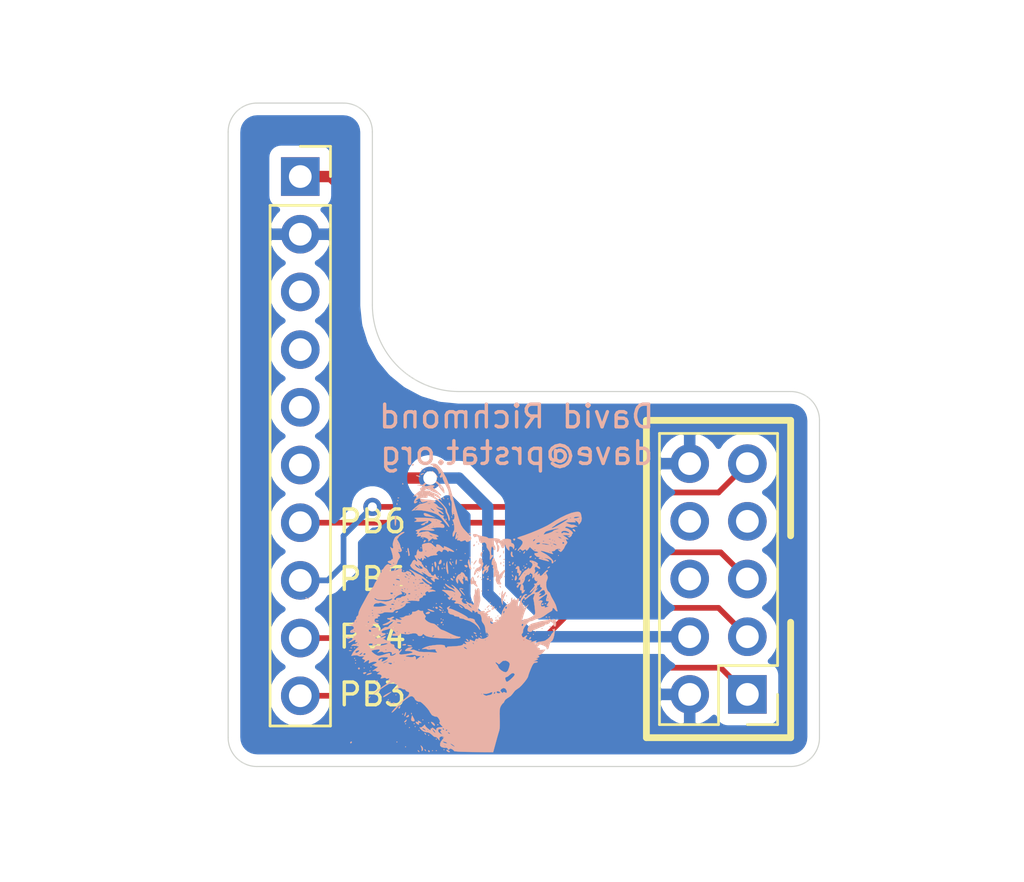
<source format=kicad_pcb>
(kicad_pcb (version 20171130) (host pcbnew "(5.1.5)-2")
  (layers (0 F.Cu signal) (31 B.Cu signal) (34 B.Paste user) (35 F.Paste user) (36 B.SilkS user) (37 F.SilkS user) (38 B.Mask user) (39 F.Mask user) (44 Edge.Cuts user))
  (net 0 "")
  (net 1 /TCK)
  (net 2 /TDO)
  (net 3 /TDI)
  (net 4 /TMS)
  (net 5 "Net-(J1-Pad6)")
  (net 6 "Net-(J1-Pad5)")
  (net 7 "Net-(J1-Pad4)")
  (net 8 "Net-(J1-Pad3)")
  (net 9 GND)
  (net 10 +3V3)
  (net 11 "Net-(J2-Pad8)")
  (net 12 "Net-(J2-Pad7)")
  (net 13 "Net-(J2-Pad6)")
  (module Images:amber (layer B.Cu) (at 118.745 69.215 180)
    (fp_text reference G*** hide)
    (fp_text value LOGO hide)
  )
  (module Connector_PinHeader_2.54mm:PinHeader_2x05_P2.54mm_Vertical (layer F.Cu) (at 130.81 73.025 180)
    (fp_text reference J2 hide)
    (fp_text value Conn_02x05_Odd_Even hide)
    (pad 10 thru_hole oval (at 2.54 10.16 180) (size 1.7 1.7) (drill 1) (layers *.Cu *.Mask) (net 9 GND))
    (pad 9 thru_hole oval (at 0 10.16 180) (size 1.7 1.7) (drill 1) (layers *.Cu *.Mask) (net 3 /TDI))
    (pad 8 thru_hole oval (at 2.54 7.62 180) (size 1.7 1.7) (drill 1) (layers *.Cu *.Mask) (net 11 "Net-(J2-Pad8)"))
    (pad 7 thru_hole oval (at 0 7.62 180) (size 1.7 1.7) (drill 1) (layers *.Cu *.Mask) (net 12 "Net-(J2-Pad7)"))
    (pad 6 thru_hole oval (at 2.54 5.08 180) (size 1.7 1.7) (drill 1) (layers *.Cu *.Mask) (net 13 "Net-(J2-Pad6)"))
    (pad 5 thru_hole oval (at 0 5.08 180) (size 1.7 1.7) (drill 1) (layers *.Cu *.Mask) (net 4 /TMS))
    (pad 4 thru_hole oval (at 2.54 2.54 180) (size 1.7 1.7) (drill 1) (layers *.Cu *.Mask) (net 10 +3V3))
    (pad 3 thru_hole oval (at 0 2.54 180) (size 1.7 1.7) (drill 1) (layers *.Cu *.Mask) (net 2 /TDO))
    (pad 2 thru_hole oval (at 2.54 0 180) (size 1.7 1.7) (drill 1) (layers *.Cu *.Mask) (net 9 GND))
    (pad 1 thru_hole rect (at 0 0 180) (size 1.7 1.7) (drill 1) (layers *.Cu *.Mask) (net 1 /TCK))
  )
  (module Connector_PinSocket_2.54mm:PinSocket_1x10_P2.54mm_Vertical (layer F.Cu) (at 111.125 50.225)
    (fp_text reference J1 hide)
    (fp_text value Conn_01x10 hide)
    (pad 10 thru_hole oval (at 0 22.86) (size 1.7 1.7) (drill 1) (layers *.Cu *.Mask) (net 1 /TCK))
    (pad 9 thru_hole oval (at 0 20.32) (size 1.7 1.7) (drill 1) (layers *.Cu *.Mask) (net 2 /TDO))
    (pad 8 thru_hole oval (at 0 17.78) (size 1.7 1.7) (drill 1) (layers *.Cu *.Mask) (net 3 /TDI))
    (pad 7 thru_hole oval (at 0 15.24) (size 1.7 1.7) (drill 1) (layers *.Cu *.Mask) (net 4 /TMS))
    (pad 6 thru_hole oval (at 0 12.7) (size 1.7 1.7) (drill 1) (layers *.Cu *.Mask) (net 5 "Net-(J1-Pad6)"))
    (pad 5 thru_hole oval (at 0 10.16) (size 1.7 1.7) (drill 1) (layers *.Cu *.Mask) (net 6 "Net-(J1-Pad5)"))
    (pad 4 thru_hole oval (at 0 7.62) (size 1.7 1.7) (drill 1) (layers *.Cu *.Mask) (net 7 "Net-(J1-Pad4)"))
    (pad 3 thru_hole oval (at 0 5.08) (size 1.7 1.7) (drill 1) (layers *.Cu *.Mask) (net 8 "Net-(J1-Pad3)"))
    (pad 2 thru_hole oval (at 0 2.54) (size 1.7 1.7) (drill 1) (layers *.Cu *.Mask) (net 9 GND))
    (pad 1 thru_hole rect (at 0 0) (size 1.7 1.7) (drill 1) (layers *.Cu *.Mask) (net 10 +3V3))
  )
  (gr_text "David Richmond\ndave@prstat.org" (at 120.65 61.595) (layer B.SilkS) (effects (font (size 1 1)) (justify mirror)))
  (gr_line (start 132.715 74.93) (end 132.715 69.85) (layer F.SilkS) (width 0.3))
  (gr_line (start 126.365 74.93) (end 132.715 74.93) (layer F.SilkS) (width 0.3))
  (gr_line (start 126.365 60.96) (end 126.365 74.93) (layer F.SilkS) (width 0.3))
  (gr_line (start 132.715 60.96) (end 126.365 60.96) (layer F.SilkS) (width 0.3))
  (gr_line (start 132.715 66.04) (end 132.715 60.96) (layer F.SilkS) (width 0.3))
  (gr_text PB6 (at 114.3 65.405) (layer F.SilkS) (effects (font (size 1 1))))
  (gr_text PB5 (at 114.3 67.945) (layer F.SilkS) (effects (font (size 1 1))))
  (gr_text PB4 (at 114.3 70.485) (layer F.SilkS) (effects (font (size 1 1))))
  (gr_text PB3 (at 114.3 73.025) (layer F.SilkS) (effects (font (size 1 1))))
  (gr_line (start 114.3 55.88) (end 114.3 48.26) (layer Edge.Cuts) (width 0.05))
  (gr_line (start 118.11 59.69) (end 132.715 59.69) (layer Edge.Cuts) (width 0.05))
  (gr_arc (start 118.11 55.88) (end 114.3 55.88) (angle -90) (layer Edge.Cuts) (width 0.05))
  (gr_line (start 133.985 60.96) (end 133.985 74.93) (layer Edge.Cuts) (width 0.05))
  (gr_line (start 132.715 76.2) (end 109.22 76.2) (layer Edge.Cuts) (width 0.05))
  (gr_line (start 107.95 48.26) (end 107.95 74.93) (layer Edge.Cuts) (width 0.05))
  (gr_line (start 109.22 46.99) (end 113.03 46.99) (layer Edge.Cuts) (width 0.05))
  (gr_arc (start 113.03 48.26) (end 114.3 48.26) (angle -90) (layer Edge.Cuts) (width 0.05))
  (gr_arc (start 109.22 48.26) (end 109.22 46.99) (angle -90) (layer Edge.Cuts) (width 0.05))
  (gr_arc (start 109.22 74.93) (end 107.95 74.93) (angle -90) (layer Edge.Cuts) (width 0.05))
  (gr_arc (start 132.715 74.93) (end 132.715 76.2) (angle -90) (layer Edge.Cuts) (width 0.05))
  (gr_arc (start 132.715 60.96) (end 133.985 60.96) (angle -90) (layer Edge.Cuts) (width 0.05))
  (segment (start 125.035 73.085) (end 111.125 73.085) (width 0.25) (layer F.Cu) (net 1))
  (segment (start 126.270001 71.849999) (end 125.035 73.085) (width 0.25) (layer F.Cu) (net 1))
  (segment (start 130.81 73.025) (end 129.634999 71.849999) (width 0.25) (layer F.Cu) (net 1))
  (segment (start 129.634999 71.849999) (end 126.270001 71.849999) (width 0.25) (layer F.Cu) (net 1))
  (segment (start 123.19 69.215) (end 121.86 70.545) (width 0.25) (layer F.Cu) (net 2))
  (segment (start 130.81 70.485) (end 129.54 69.215) (width 0.25) (layer F.Cu) (net 2))
  (segment (start 121.86 70.545) (end 111.125 70.545) (width 0.25) (layer F.Cu) (net 2))
  (segment (start 129.54 69.215) (end 123.19 69.215) (width 0.25) (layer F.Cu) (net 2))
  (via (at 114.3 64.77) (size 0.8) (drill 0.4) (layers F.Cu B.Cu) (net 3))
  (segment (start 120.65 64.77) (end 114.3 64.77) (width 0.25) (layer F.Cu) (net 3))
  (segment (start 121.285 64.135) (end 120.65 64.77) (width 0.25) (layer F.Cu) (net 3))
  (segment (start 130.81 62.865) (end 129.54 64.135) (width 0.25) (layer F.Cu) (net 3))
  (segment (start 129.54 64.135) (end 121.285 64.135) (width 0.25) (layer F.Cu) (net 3))
  (segment (start 114.3 64.77) (end 113.03 66.04) (width 0.25) (layer B.Cu) (net 3))
  (segment (start 113.03 66.04) (end 113.03 67.31) (width 0.25) (layer B.Cu) (net 3))
  (segment (start 112.335 68.005) (end 111.125 68.005) (width 0.25) (layer B.Cu) (net 3))
  (segment (start 113.03 67.31) (end 112.335 68.005) (width 0.25) (layer B.Cu) (net 3))
  (segment (start 121.98 65.465) (end 111.125 65.465) (width 0.25) (layer F.Cu) (net 4))
  (segment (start 123.284999 66.769999) (end 121.98 65.465) (width 0.25) (layer F.Cu) (net 4))
  (segment (start 130.81 67.945) (end 129.634999 66.769999) (width 0.25) (layer F.Cu) (net 4))
  (segment (start 129.634999 66.769999) (end 123.284999 66.769999) (width 0.25) (layer F.Cu) (net 4))
  (segment (start 112.475 50.225) (end 113.03 50.78) (width 0.5) (layer F.Cu) (net 10))
  (segment (start 111.125 50.225) (end 112.475 50.225) (width 0.5) (layer F.Cu) (net 10))
  (via (at 116.84 63.5) (size 1) (drill 0.6) (layers F.Cu B.Cu) (net 10))
  (segment (start 113.03 50.78) (end 113.03 60.96) (width 0.5) (layer F.Cu) (net 10))
  (segment (start 115.57 63.5) (end 116.84 63.5) (width 0.5) (layer F.Cu) (net 10))
  (segment (start 113.03 60.96) (end 115.57 63.5) (width 0.5) (layer F.Cu) (net 10))
  (segment (start 116.84 63.5) (end 118.11 63.5) (width 0.5) (layer B.Cu) (net 10))
  (segment (start 118.11 63.5) (end 119.38 64.77) (width 0.5) (layer B.Cu) (net 10))
  (segment (start 119.38 64.77) (end 119.38 68.58) (width 0.5) (layer B.Cu) (net 10))
  (segment (start 121.285 70.485) (end 128.27 70.485) (width 0.5) (layer B.Cu) (net 10))
  (segment (start 119.38 68.58) (end 121.285 70.485) (width 0.5) (layer B.Cu) (net 10))
  (zone (net 9) (net_name GND) (layer B.Cu) (connect_pads (clearance 0.508)) (min_thickness 0.254) (fill yes (arc_segments 32) (thermal_gap 0.508) (thermal_bridge_width 0.508))
    (polygon (pts (xy 114.3 56.515) (xy 114.935 57.785) (xy 116.205 59.055) (xy 117.475 59.69) (xy 133.985 59.69) (xy 133.985 76.2) (xy 107.95 76.2) (xy 107.95 46.99) (xy 114.3 46.99)))
  )
)
</source>
